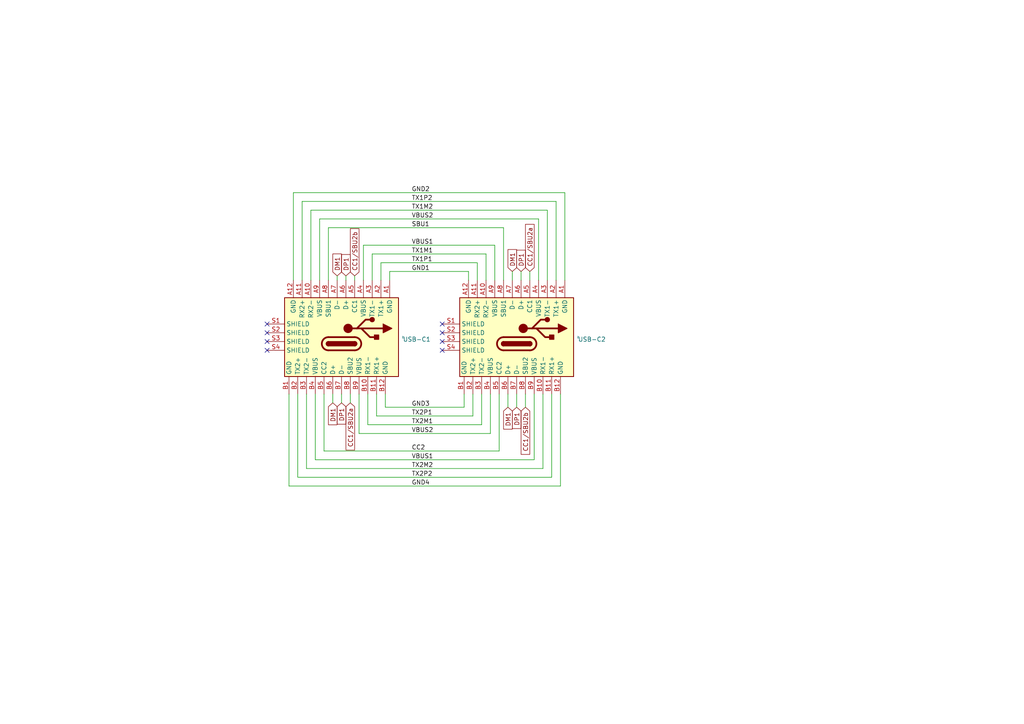
<source format=kicad_sch>
(kicad_sch (version 20230121) (generator eeschema)

  (uuid a687e595-f0cf-41ee-bbb0-d3f2de6063ff)

  (paper "A4")

  (lib_symbols
    (symbol "USB-C-Union:W0026-24-EM1-S6" (in_bom yes) (on_board yes)
      (property "Reference" "USB-C" (at 0 0 0)
        (effects (font (size 1.27 1.27)))
      )
      (property "Value" "" (at 0 0 0)
        (effects (font (size 1.27 1.27)))
      )
      (property "Footprint" "USB-C-Union:W0026-24-EM1-S6" (at 0 0 0)
        (effects (font (size 1.27 1.27)) hide)
      )
      (property "Datasheet" "" (at 0 0 0)
        (effects (font (size 1.27 1.27)) hide)
      )
      (symbol "W0026-24-EM1-S6_0_1"
        (rectangle (start -11.43 -1.27) (end 11.43 -34.29)
          (stroke (width 0.254) (type default))
          (fill (type background))
        )
        (circle (center -5.08 -8.89) (radius 0.635)
          (stroke (width 0.254) (type default))
          (fill (type outline))
        )
        (circle (center -2.54 -15.875) (radius 1.27)
          (stroke (width 0) (type default))
          (fill (type outline))
        )
        (rectangle (start -0.635 -8.255) (end 0.635 -6.985)
          (stroke (width 0.254) (type default))
          (fill (type outline))
        )
        (arc (start 0 -21.59) (mid 1.905 -23.4867) (end 3.81 -21.59)
          (stroke (width 0.508) (type default))
          (fill (type none))
        )
        (polyline
          (pts
            (xy -2.54 -15.875)
            (xy -2.54 -5.715)
          )
          (stroke (width 0.508) (type default))
          (fill (type none))
        )
        (polyline
          (pts
            (xy 0 -21.59)
            (xy 0 -13.97)
          )
          (stroke (width 0.508) (type default))
          (fill (type none))
        )
        (polyline
          (pts
            (xy 3.81 -13.97)
            (xy 3.81 -21.59)
          )
          (stroke (width 0.508) (type default))
          (fill (type none))
        )
        (polyline
          (pts
            (xy -2.54 -13.335)
            (xy -5.08 -10.795)
            (xy -5.08 -9.525)
          )
          (stroke (width 0.508) (type default))
          (fill (type none))
        )
        (polyline
          (pts
            (xy -2.54 -12.065)
            (xy 0 -9.525)
            (xy 0 -8.255)
          )
          (stroke (width 0.508) (type default))
          (fill (type none))
        )
        (polyline
          (pts
            (xy -3.81 -5.715)
            (xy -2.54 -3.175)
            (xy -1.27 -5.715)
            (xy -3.81 -5.715)
          )
          (stroke (width 0.254) (type default))
          (fill (type outline))
        )
        (arc (start 1.27 -21.59) (mid 1.905 -22.2223) (end 2.54 -21.59)
          (stroke (width 0.254) (type default))
          (fill (type none))
        )
        (arc (start 1.27 -21.59) (mid 1.905 -22.2223) (end 2.54 -21.59)
          (stroke (width 0.254) (type default))
          (fill (type outline))
        )
        (rectangle (start 1.27 -13.97) (end 2.54 -21.59)
          (stroke (width 0.254) (type default))
          (fill (type outline))
        )
        (arc (start 2.54 -13.97) (mid 1.905 -13.3377) (end 1.27 -13.97)
          (stroke (width 0.254) (type default))
          (fill (type none))
        )
        (arc (start 2.54 -13.97) (mid 1.905 -13.3377) (end 1.27 -13.97)
          (stroke (width 0.254) (type default))
          (fill (type outline))
        )
        (arc (start 3.81 -13.97) (mid 1.905 -12.0733) (end 0 -13.97)
          (stroke (width 0.508) (type default))
          (fill (type none))
        )
      )
      (symbol "W0026-24-EM1-S6_1_1"
        (pin power_in line (at -16.51 -3.81 0) (length 5.08)
          (name "GND" (effects (font (size 1.27 1.27))))
          (number "A1" (effects (font (size 1.27 1.27))))
        )
        (pin bidirectional line (at -16.51 -26.67 0) (length 5.08)
          (name "RX2-" (effects (font (size 1.27 1.27))))
          (number "A10" (effects (font (size 1.27 1.27))))
        )
        (pin bidirectional line (at -16.51 -29.21 0) (length 5.08)
          (name "RX2+" (effects (font (size 1.27 1.27))))
          (number "A11" (effects (font (size 1.27 1.27))))
        )
        (pin power_in line (at -16.51 -31.75 0) (length 5.08)
          (name "GND" (effects (font (size 1.27 1.27))))
          (number "A12" (effects (font (size 1.27 1.27))))
        )
        (pin bidirectional line (at -16.51 -6.35 0) (length 5.08)
          (name "TX1+" (effects (font (size 1.27 1.27))))
          (number "A2" (effects (font (size 1.27 1.27))))
        )
        (pin bidirectional line (at -16.51 -8.89 0) (length 5.08)
          (name "TX1-" (effects (font (size 1.27 1.27))))
          (number "A3" (effects (font (size 1.27 1.27))))
        )
        (pin power_in line (at -16.51 -11.43 0) (length 5.08)
          (name "VBUS" (effects (font (size 1.27 1.27))))
          (number "A4" (effects (font (size 1.27 1.27))))
        )
        (pin bidirectional line (at -16.51 -13.97 0) (length 5.08)
          (name "CC1" (effects (font (size 1.27 1.27))))
          (number "A5" (effects (font (size 1.27 1.27))))
        )
        (pin bidirectional line (at -16.51 -16.51 0) (length 5.08)
          (name "D+" (effects (font (size 1.27 1.27))))
          (number "A6" (effects (font (size 1.27 1.27))))
        )
        (pin bidirectional line (at -16.51 -19.05 0) (length 5.08)
          (name "D-" (effects (font (size 1.27 1.27))))
          (number "A7" (effects (font (size 1.27 1.27))))
        )
        (pin bidirectional line (at -16.51 -21.59 0) (length 5.08)
          (name "SBU1" (effects (font (size 1.27 1.27))))
          (number "A8" (effects (font (size 1.27 1.27))))
        )
        (pin power_in line (at -16.51 -24.13 0) (length 5.08)
          (name "VBUS" (effects (font (size 1.27 1.27))))
          (number "A9" (effects (font (size 1.27 1.27))))
        )
        (pin power_in line (at 16.51 -33.02 180) (length 5.08)
          (name "GND" (effects (font (size 1.27 1.27))))
          (number "B1" (effects (font (size 1.27 1.27))))
        )
        (pin bidirectional line (at 16.51 -10.16 180) (length 5.08)
          (name "RX1-" (effects (font (size 1.27 1.27))))
          (number "B10" (effects (font (size 1.27 1.27))))
        )
        (pin bidirectional line (at 16.51 -7.62 180) (length 5.08)
          (name "RX1+" (effects (font (size 1.27 1.27))))
          (number "B11" (effects (font (size 1.27 1.27))))
        )
        (pin power_in line (at 16.51 -5.08 180) (length 5.08)
          (name "GND" (effects (font (size 1.27 1.27))))
          (number "B12" (effects (font (size 1.27 1.27))))
        )
        (pin bidirectional line (at 16.51 -30.48 180) (length 5.08)
          (name "TX2+" (effects (font (size 1.27 1.27))))
          (number "B2" (effects (font (size 1.27 1.27))))
        )
        (pin bidirectional line (at 16.51 -27.94 180) (length 5.08)
          (name "TX2-" (effects (font (size 1.27 1.27))))
          (number "B3" (effects (font (size 1.27 1.27))))
        )
        (pin power_in line (at 16.51 -25.4 180) (length 5.08)
          (name "VBUS" (effects (font (size 1.27 1.27))))
          (number "B4" (effects (font (size 1.27 1.27))))
        )
        (pin bidirectional line (at 16.51 -22.86 180) (length 5.08)
          (name "CC2" (effects (font (size 1.27 1.27))))
          (number "B5" (effects (font (size 1.27 1.27))))
        )
        (pin bidirectional line (at 16.51 -20.32 180) (length 5.08)
          (name "D+" (effects (font (size 1.27 1.27))))
          (number "B6" (effects (font (size 1.27 1.27))))
        )
        (pin bidirectional line (at 16.51 -17.78 180) (length 5.08)
          (name "D-" (effects (font (size 1.27 1.27))))
          (number "B7" (effects (font (size 1.27 1.27))))
        )
        (pin bidirectional line (at 16.51 -15.24 180) (length 5.08)
          (name "SBU2" (effects (font (size 1.27 1.27))))
          (number "B8" (effects (font (size 1.27 1.27))))
        )
        (pin power_in line (at 16.51 -12.7 180) (length 5.08)
          (name "VBUS" (effects (font (size 1.27 1.27))))
          (number "B9" (effects (font (size 1.27 1.27))))
        )
        (pin passive line (at -3.81 -39.37 90) (length 5.08)
          (name "SHIELD" (effects (font (size 1.27 1.27))))
          (number "S1" (effects (font (size 1.27 1.27))))
        )
        (pin passive line (at -1.27 -39.37 90) (length 5.08)
          (name "SHIELD" (effects (font (size 1.27 1.27))))
          (number "S2" (effects (font (size 1.27 1.27))))
        )
        (pin passive line (at 1.27 -39.37 90) (length 5.08)
          (name "SHIELD" (effects (font (size 1.27 1.27))))
          (number "S3" (effects (font (size 1.27 1.27))))
        )
        (pin passive line (at 3.81 -39.37 90) (length 5.08)
          (name "SHIELD" (effects (font (size 1.27 1.27))))
          (number "S4" (effects (font (size 1.27 1.27))))
        )
      )
    )
  )


  (no_connect (at 128.27 99.06) (uuid 055dfffe-1820-445f-8492-f5be9b875baa))
  (no_connect (at 128.27 96.52) (uuid 1ec7d111-b362-42fe-8f8c-877840c9ae0d))
  (no_connect (at 77.47 99.06) (uuid 24ba0b43-5668-47ca-bdc5-466d130bb392))
  (no_connect (at 128.27 93.98) (uuid 4b910284-07a2-4fe6-897c-bc8ec0df69b3))
  (no_connect (at 77.47 96.52) (uuid 7793d89b-dce1-498e-812c-fc18aaa24f73))
  (no_connect (at 77.47 93.98) (uuid 9b736cb2-f8fd-4dd4-a2c1-9e48c2d9c7df))
  (no_connect (at 77.47 101.6) (uuid c5635ca0-4141-4d1a-9a02-22d9f9efb224))
  (no_connect (at 128.27 101.6) (uuid f8f7c470-df73-444b-836e-7630da4544d9))

  (wire (pts (xy 111.76 118.11) (xy 134.62 118.11))
    (stroke (width 0) (type default))
    (uuid 00259c6d-eaeb-41d7-8bc3-bbd8eff155bb)
  )
  (wire (pts (xy 88.9 135.89) (xy 157.48 135.89))
    (stroke (width 0) (type default))
    (uuid 054379ba-900e-4420-8f82-1841b452a28c)
  )
  (wire (pts (xy 110.49 76.2) (xy 138.43 76.2))
    (stroke (width 0) (type default))
    (uuid 1016d144-a314-4ba4-9adf-e2fbab7d331b)
  )
  (wire (pts (xy 148.59 78.74) (xy 148.59 81.28))
    (stroke (width 0) (type default))
    (uuid 11bf2c7e-39b8-4c0c-8cc2-717a6c0e494e)
  )
  (wire (pts (xy 104.14 125.73) (xy 142.24 125.73))
    (stroke (width 0) (type default))
    (uuid 1306dab5-f0cc-43ee-8ab5-504c3c9d5736)
  )
  (wire (pts (xy 140.97 73.66) (xy 140.97 81.28))
    (stroke (width 0) (type default))
    (uuid 21b0cdc4-f9d1-4c2a-bff7-5a0b1de5186b)
  )
  (wire (pts (xy 91.44 114.3) (xy 91.44 133.35))
    (stroke (width 0) (type default))
    (uuid 295352ad-efd0-4534-83ba-8af74da99822)
  )
  (wire (pts (xy 97.79 80.01) (xy 97.79 81.28))
    (stroke (width 0) (type default))
    (uuid 30786561-ed9e-4859-a97d-7e266cd51f81)
  )
  (wire (pts (xy 83.82 114.3) (xy 83.82 140.97))
    (stroke (width 0) (type default))
    (uuid 4122ceea-06e3-4bc8-baaa-b5d79d256f38)
  )
  (wire (pts (xy 157.48 135.89) (xy 157.48 114.3))
    (stroke (width 0) (type default))
    (uuid 417cda03-72e1-4384-85cb-c09ec1af5c74)
  )
  (wire (pts (xy 88.9 114.3) (xy 88.9 135.89))
    (stroke (width 0) (type default))
    (uuid 429e2190-f498-4ebb-9342-bf640c6ad03a)
  )
  (wire (pts (xy 105.41 71.12) (xy 143.51 71.12))
    (stroke (width 0) (type default))
    (uuid 4385a7a5-36be-48c5-9dea-e49b7e0f33e4)
  )
  (wire (pts (xy 160.02 138.43) (xy 160.02 114.3))
    (stroke (width 0) (type default))
    (uuid 4d000c13-0ecc-4b0f-91f7-43847d73fe88)
  )
  (wire (pts (xy 93.98 130.81) (xy 144.78 130.81))
    (stroke (width 0) (type default))
    (uuid 4f62b429-1425-4b3c-9197-a15d68d8e271)
  )
  (wire (pts (xy 144.78 130.81) (xy 144.78 114.3))
    (stroke (width 0) (type default))
    (uuid 58ffe56b-5e19-4517-baec-6ed21c08d5c5)
  )
  (wire (pts (xy 109.22 120.65) (xy 137.16 120.65))
    (stroke (width 0) (type default))
    (uuid 5c0bfba4-ea20-4f60-a712-6d8b1b640afa)
  )
  (wire (pts (xy 113.03 78.74) (xy 135.89 78.74))
    (stroke (width 0) (type default))
    (uuid 5c9973d9-78d2-409b-8fe6-9204d4f5b980)
  )
  (wire (pts (xy 146.05 66.04) (xy 146.05 81.28))
    (stroke (width 0) (type default))
    (uuid 5d705278-067f-407d-8bc0-d2b7d6494f20)
  )
  (wire (pts (xy 91.44 133.35) (xy 154.94 133.35))
    (stroke (width 0) (type default))
    (uuid 5e040507-dc3c-4afe-bc9f-ee71f12ca1d7)
  )
  (wire (pts (xy 139.7 123.19) (xy 139.7 114.3))
    (stroke (width 0) (type default))
    (uuid 5ff46612-847d-4b96-9fe1-b938094fb431)
  )
  (wire (pts (xy 106.68 123.19) (xy 139.7 123.19))
    (stroke (width 0) (type default))
    (uuid 62372617-bbae-460c-af42-3d72c9d6f930)
  )
  (wire (pts (xy 86.36 114.3) (xy 86.36 138.43))
    (stroke (width 0) (type default))
    (uuid 625f0dcd-ab82-4579-8bf3-2ea939299f49)
  )
  (wire (pts (xy 87.63 58.42) (xy 161.29 58.42))
    (stroke (width 0) (type default))
    (uuid 62f95170-fc2c-4a95-81f0-0c391352a88a)
  )
  (wire (pts (xy 110.49 81.28) (xy 110.49 76.2))
    (stroke (width 0) (type default))
    (uuid 73a3ef17-8d6a-403d-89ee-e95bdd929725)
  )
  (wire (pts (xy 137.16 120.65) (xy 137.16 114.3))
    (stroke (width 0) (type default))
    (uuid 74e45621-e63b-4085-b2f6-f1dff30520d7)
  )
  (wire (pts (xy 107.95 73.66) (xy 140.97 73.66))
    (stroke (width 0) (type default))
    (uuid 7835e1b6-3b61-4977-84ff-741a116c79b2)
  )
  (wire (pts (xy 163.83 55.88) (xy 163.83 81.28))
    (stroke (width 0) (type default))
    (uuid 80378fdb-7335-4e24-a464-347dbc722a32)
  )
  (wire (pts (xy 149.86 118.11) (xy 149.86 114.3))
    (stroke (width 0) (type default))
    (uuid 81d60c78-1470-49a2-82c4-8eae99869c42)
  )
  (wire (pts (xy 107.95 81.28) (xy 107.95 73.66))
    (stroke (width 0) (type default))
    (uuid 828df93b-4803-45ce-8fc4-90b00f3fa710)
  )
  (wire (pts (xy 92.71 63.5) (xy 156.21 63.5))
    (stroke (width 0) (type default))
    (uuid 83e89953-e9e0-4bf6-adef-ceef40649e6d)
  )
  (wire (pts (xy 90.17 81.28) (xy 90.17 60.96))
    (stroke (width 0) (type default))
    (uuid 8940889b-fc95-42cb-8b17-04dd07ce9942)
  )
  (wire (pts (xy 152.4 118.11) (xy 152.4 114.3))
    (stroke (width 0) (type default))
    (uuid 8c1bda5e-66e0-4bf3-bd68-04ef1ba9c073)
  )
  (wire (pts (xy 138.43 76.2) (xy 138.43 81.28))
    (stroke (width 0) (type default))
    (uuid 8f701c50-cf80-4236-8818-b39280aadf2a)
  )
  (wire (pts (xy 143.51 71.12) (xy 143.51 81.28))
    (stroke (width 0) (type default))
    (uuid 925f0cea-b6e4-4614-99e6-20a5a05310e4)
  )
  (wire (pts (xy 93.98 114.3) (xy 93.98 130.81))
    (stroke (width 0) (type default))
    (uuid 92875279-559c-400d-99de-e45e7704bc44)
  )
  (wire (pts (xy 102.87 80.01) (xy 102.87 81.28))
    (stroke (width 0) (type default))
    (uuid 92a6fa7e-ac6d-40c1-910d-3df5ed8bbac1)
  )
  (wire (pts (xy 92.71 81.28) (xy 92.71 63.5))
    (stroke (width 0) (type default))
    (uuid 9750422b-9690-4ffc-bb7f-dd3ac448f941)
  )
  (wire (pts (xy 113.03 81.28) (xy 113.03 78.74))
    (stroke (width 0) (type default))
    (uuid 9842852c-4203-4797-b8df-072a4d1f994c)
  )
  (wire (pts (xy 85.09 81.28) (xy 85.09 55.88))
    (stroke (width 0) (type default))
    (uuid 99847b8c-a5ff-44ce-8352-0d6f38259c76)
  )
  (wire (pts (xy 135.89 78.74) (xy 135.89 81.28))
    (stroke (width 0) (type default))
    (uuid 9a5c81da-ed65-43d6-86c1-e75891045554)
  )
  (wire (pts (xy 87.63 81.28) (xy 87.63 58.42))
    (stroke (width 0) (type default))
    (uuid 9be6eaa6-aa84-4ca7-b2aa-12adfcdacda3)
  )
  (wire (pts (xy 96.52 116.84) (xy 96.52 114.3))
    (stroke (width 0) (type default))
    (uuid 9ef8b5e9-fa9e-44bc-ba3e-d4286b6a5435)
  )
  (wire (pts (xy 95.25 66.04) (xy 146.05 66.04))
    (stroke (width 0) (type default))
    (uuid acaa50fd-6ac1-4bd3-a26a-d12aae2f9aed)
  )
  (wire (pts (xy 105.41 81.28) (xy 105.41 71.12))
    (stroke (width 0) (type default))
    (uuid b2b99548-b56a-4575-b4cc-9db1b05cdb4a)
  )
  (wire (pts (xy 99.06 116.84) (xy 99.06 114.3))
    (stroke (width 0) (type default))
    (uuid c0edf01c-61ea-4e31-b89a-d881aef0bab9)
  )
  (wire (pts (xy 158.75 60.96) (xy 158.75 81.28))
    (stroke (width 0) (type default))
    (uuid c18df13b-6622-427a-be6d-5b93f32a7bd0)
  )
  (wire (pts (xy 162.56 140.97) (xy 162.56 114.3))
    (stroke (width 0) (type default))
    (uuid c432cc0e-d84a-4171-bb2d-5451517007cc)
  )
  (wire (pts (xy 95.25 81.28) (xy 95.25 66.04))
    (stroke (width 0) (type default))
    (uuid caeecdcc-8398-43ad-bc5b-742a8ee75e0b)
  )
  (wire (pts (xy 90.17 60.96) (xy 158.75 60.96))
    (stroke (width 0) (type default))
    (uuid cb78c49f-89ba-4ecf-99cf-58de0e2d4206)
  )
  (wire (pts (xy 86.36 138.43) (xy 160.02 138.43))
    (stroke (width 0) (type default))
    (uuid d31fd358-cdfd-4822-a6b0-8507cf97f51a)
  )
  (wire (pts (xy 156.21 63.5) (xy 156.21 81.28))
    (stroke (width 0) (type default))
    (uuid d33c30c8-c4e5-4b2a-80ca-a43c5ad2f39f)
  )
  (wire (pts (xy 161.29 58.42) (xy 161.29 81.28))
    (stroke (width 0) (type default))
    (uuid d3dd3b98-bb4a-4c2e-8542-90ebfe044bf8)
  )
  (wire (pts (xy 134.62 118.11) (xy 134.62 114.3))
    (stroke (width 0) (type default))
    (uuid d5406078-9c56-44f8-a0be-5fe474c94011)
  )
  (wire (pts (xy 151.13 78.74) (xy 151.13 81.28))
    (stroke (width 0) (type default))
    (uuid daea2ae8-af50-4caf-84d9-0d92728f4f7a)
  )
  (wire (pts (xy 85.09 55.88) (xy 163.83 55.88))
    (stroke (width 0) (type default))
    (uuid dc8dac94-12a1-4505-91be-d59309d78d39)
  )
  (wire (pts (xy 147.32 118.11) (xy 147.32 114.3))
    (stroke (width 0) (type default))
    (uuid e62b00e8-3129-40d2-8ad0-f8fe1871f5a7)
  )
  (wire (pts (xy 111.76 114.3) (xy 111.76 118.11))
    (stroke (width 0) (type default))
    (uuid e7b46d47-7c64-4d71-89bf-d1351b49e500)
  )
  (wire (pts (xy 104.14 114.3) (xy 104.14 125.73))
    (stroke (width 0) (type default))
    (uuid f07b7dda-4319-4e8d-9562-b463a994e253)
  )
  (wire (pts (xy 101.6 116.84) (xy 101.6 114.3))
    (stroke (width 0) (type default))
    (uuid f21a4b4a-5aa5-4709-ba0b-a49c070448c2)
  )
  (wire (pts (xy 142.24 125.73) (xy 142.24 114.3))
    (stroke (width 0) (type default))
    (uuid f40c19c6-323a-4bf1-ab64-d6a59a9ed7fd)
  )
  (wire (pts (xy 83.82 140.97) (xy 162.56 140.97))
    (stroke (width 0) (type default))
    (uuid f4647c5b-306b-4090-8866-c66e2d7a32b1)
  )
  (wire (pts (xy 106.68 114.3) (xy 106.68 123.19))
    (stroke (width 0) (type default))
    (uuid f7b963cd-d23b-48cc-a34d-33919f8c39fd)
  )
  (wire (pts (xy 153.67 78.74) (xy 153.67 81.28))
    (stroke (width 0) (type default))
    (uuid fd197cee-ae4c-4599-b5c7-3b3a2ee5f504)
  )
  (wire (pts (xy 109.22 114.3) (xy 109.22 120.65))
    (stroke (width 0) (type default))
    (uuid fed0e561-390b-4a1a-95bb-b026cec1dd70)
  )
  (wire (pts (xy 100.33 80.01) (xy 100.33 81.28))
    (stroke (width 0) (type default))
    (uuid ff242cd7-88a1-4fed-a5f8-624cc2f04713)
  )
  (wire (pts (xy 154.94 133.35) (xy 154.94 114.3))
    (stroke (width 0) (type default))
    (uuid fff2bbfe-804a-4647-8dee-7e83b328dd1d)
  )

  (label "TX2M1" (at 119.38 123.19 0) (fields_autoplaced)
    (effects (font (size 1.27 1.27)) (justify left bottom))
    (uuid 0105c4e2-2784-469b-a091-907be6fed013)
  )
  (label "TX2P1" (at 119.38 120.65 0) (fields_autoplaced)
    (effects (font (size 1.27 1.27)) (justify left bottom))
    (uuid 1316a1be-9481-40f5-82c8-6454a903a5e1)
  )
  (label "TX1M1" (at 119.38 73.66 0) (fields_autoplaced)
    (effects (font (size 1.27 1.27)) (justify left bottom))
    (uuid 13fb969b-2781-4f41-999d-22f49c4ed196)
  )
  (label "GND2" (at 119.38 55.88 0) (fields_autoplaced)
    (effects (font (size 1.27 1.27)) (justify left bottom))
    (uuid 1c6c69de-6036-432f-b68f-23bb06d92942)
  )
  (label "TX2P2" (at 119.38 138.43 0) (fields_autoplaced)
    (effects (font (size 1.27 1.27)) (justify left bottom))
    (uuid 1f0f5c31-ec78-495f-9450-e505cb113d84)
  )
  (label "GND3" (at 119.38 118.11 0) (fields_autoplaced)
    (effects (font (size 1.27 1.27)) (justify left bottom))
    (uuid 230c97f0-d2ec-4686-86ab-66cdafab7a07)
  )
  (label "TX1M2" (at 119.38 60.96 0) (fields_autoplaced)
    (effects (font (size 1.27 1.27)) (justify left bottom))
    (uuid 239b3634-4ac3-4e76-8a2b-cc2a0ece226d)
  )
  (label "SBU1" (at 119.38 66.04 0) (fields_autoplaced)
    (effects (font (size 1.27 1.27)) (justify left bottom))
    (uuid 4730600e-6923-4b8f-8491-1a3a34840080)
  )
  (label "TX2M2" (at 119.38 135.89 0) (fields_autoplaced)
    (effects (font (size 1.27 1.27)) (justify left bottom))
    (uuid 620f1f69-a6c6-41c7-8c82-9f9500eafa28)
  )
  (label "VBUS2" (at 119.38 63.5 0) (fields_autoplaced)
    (effects (font (size 1.27 1.27)) (justify left bottom))
    (uuid 709266bf-51b0-4d09-97cd-4f7368ad841a)
  )
  (label "TX1P2" (at 119.38 58.42 0) (fields_autoplaced)
    (effects (font (size 1.27 1.27)) (justify left bottom))
    (uuid 709584ea-afc9-4138-ad59-f89d6b826129)
  )
  (label "TX1P1" (at 119.38 76.2 0) (fields_autoplaced)
    (effects (font (size 1.27 1.27)) (justify left bottom))
    (uuid 7ea051de-c3a7-46a7-ab8b-c4e01f9dd072)
  )
  (label "CC2" (at 119.38 130.81 0) (fields_autoplaced)
    (effects (font (size 1.27 1.27)) (justify left bottom))
    (uuid 8aa3ae9b-cf3e-4a58-baa5-ae9bf163213b)
  )
  (label "GND1" (at 119.38 78.74 0) (fields_autoplaced)
    (effects (font (size 1.27 1.27)) (justify left bottom))
    (uuid a6a2375b-a43a-418c-b094-c2835d8bebfa)
  )
  (label "VBUS1" (at 119.38 71.12 0) (fields_autoplaced)
    (effects (font (size 1.27 1.27)) (justify left bottom))
    (uuid b937a1b8-4aae-4b1e-9e5c-9d3c600da592)
  )
  (label "VBUS2" (at 119.38 125.73 0) (fields_autoplaced)
    (effects (font (size 1.27 1.27)) (justify left bottom))
    (uuid ce873523-8dfd-4491-8107-2fc15a353d33)
  )
  (label "GND4" (at 119.38 140.97 0) (fields_autoplaced)
    (effects (font (size 1.27 1.27)) (justify left bottom))
    (uuid e9f76e61-7f43-4381-bd9e-a144e3bd2507)
  )
  (label "VBUS1" (at 119.38 133.35 0) (fields_autoplaced)
    (effects (font (size 1.27 1.27)) (justify left bottom))
    (uuid fd0402d8-9a2c-48b2-bb23-d86a3f28055d)
  )

  (global_label "CC1{slash}SBU2b" (shape input) (at 152.4 118.11 270) (fields_autoplaced)
    (effects (font (size 1.27 1.27)) (justify right))
    (uuid 0127f63d-c03c-450a-af7e-0dfc80f68540)
    (property "Intersheetrefs" "${INTERSHEET_REFS}" (at 152.4 132.2643 90)
      (effects (font (size 1.27 1.27)) (justify right) hide)
    )
  )
  (global_label "CC1{slash}SBU2a" (shape input) (at 153.67 78.74 90) (fields_autoplaced)
    (effects (font (size 1.27 1.27)) (justify left))
    (uuid 0419598a-a42a-421a-8790-b6422cc1ad31)
    (property "Intersheetrefs" "${INTERSHEET_REFS}" (at 153.67 64.5857 90)
      (effects (font (size 1.27 1.27)) (justify left) hide)
    )
  )
  (global_label "CC1{slash}SBU2b" (shape input) (at 102.87 80.01 90) (fields_autoplaced)
    (effects (font (size 1.27 1.27)) (justify left))
    (uuid 2cfcd493-9c3d-4e59-9d89-12cba9e9b52a)
    (property "Intersheetrefs" "${INTERSHEET_REFS}" (at 102.87 65.8557 90)
      (effects (font (size 1.27 1.27)) (justify left) hide)
    )
  )
  (global_label "DP1" (shape input) (at 99.06 116.84 270) (fields_autoplaced)
    (effects (font (size 1.27 1.27)) (justify right))
    (uuid 3677a3f5-364a-4a4a-9081-e259a35c7507)
    (property "Intersheetrefs" "${INTERSHEET_REFS}" (at 99.06 123.4953 90)
      (effects (font (size 1.27 1.27)) (justify right) hide)
    )
  )
  (global_label "DP1" (shape input) (at 149.86 118.11 270) (fields_autoplaced)
    (effects (font (size 1.27 1.27)) (justify right))
    (uuid 5c11e58e-70ca-4ae4-976c-f74ebf82146d)
    (property "Intersheetrefs" "${INTERSHEET_REFS}" (at 149.86 124.7653 90)
      (effects (font (size 1.27 1.27)) (justify right) hide)
    )
  )
  (global_label "DM1" (shape input) (at 96.52 116.84 270) (fields_autoplaced)
    (effects (font (size 1.27 1.27)) (justify right))
    (uuid 6068ebd3-c8d7-4151-bfd3-f9d650329b49)
    (property "Intersheetrefs" "${INTERSHEET_REFS}" (at 96.52 123.6767 90)
      (effects (font (size 1.27 1.27)) (justify right) hide)
    )
  )
  (global_label "DP1" (shape input) (at 100.33 80.01 90) (fields_autoplaced)
    (effects (font (size 1.27 1.27)) (justify left))
    (uuid 89e7856d-6fe9-4430-9fca-a8dc00a0aedc)
    (property "Intersheetrefs" "${INTERSHEET_REFS}" (at 100.33 73.3547 90)
      (effects (font (size 1.27 1.27)) (justify left) hide)
    )
  )
  (global_label "DM1" (shape input) (at 147.32 118.11 270) (fields_autoplaced)
    (effects (font (size 1.27 1.27)) (justify right))
    (uuid 8a648efe-0fe2-4d57-8b47-f278c9e09bd3)
    (property "Intersheetrefs" "${INTERSHEET_REFS}" (at 147.32 124.9467 90)
      (effects (font (size 1.27 1.27)) (justify right) hide)
    )
  )
  (global_label "DM1" (shape input) (at 97.79 80.01 90) (fields_autoplaced)
    (effects (font (size 1.27 1.27)) (justify left))
    (uuid 8cce8fee-f54c-4816-9523-594fcd93e8d4)
    (property "Intersheetrefs" "${INTERSHEET_REFS}" (at 97.79 73.1733 90)
      (effects (font (size 1.27 1.27)) (justify left) hide)
    )
  )
  (global_label "DM1" (shape input) (at 148.59 78.74 90) (fields_autoplaced)
    (effects (font (size 1.27 1.27)) (justify left))
    (uuid be679a2c-fb5e-4c12-90d4-976a5b531d71)
    (property "Intersheetrefs" "${INTERSHEET_REFS}" (at 148.59 71.9033 90)
      (effects (font (size 1.27 1.27)) (justify left) hide)
    )
  )
  (global_label "DP1" (shape input) (at 151.13 78.74 90) (fields_autoplaced)
    (effects (font (size 1.27 1.27)) (justify left))
    (uuid c86cb765-30ac-46ee-b38e-a75bce11c5a7)
    (property "Intersheetrefs" "${INTERSHEET_REFS}" (at 151.13 72.0847 90)
      (effects (font (size 1.27 1.27)) (justify left) hide)
    )
  )
  (global_label "CC1{slash}SBU2a" (shape input) (at 101.6 116.84 270) (fields_autoplaced)
    (effects (font (size 1.27 1.27)) (justify right))
    (uuid eae15a4f-1132-473e-8d42-882c1e7851ff)
    (property "Intersheetrefs" "${INTERSHEET_REFS}" (at 101.6 130.9943 90)
      (effects (font (size 1.27 1.27)) (justify right) hide)
    )
  )

  (symbol (lib_id "USB-C-Union:W0026-24-EM1-S6") (at 167.64 97.79 270) (unit 1)
    (in_bom yes) (on_board yes) (dnp no) (fields_autoplaced)
    (uuid 1f0ab279-6cb8-4959-9090-6e3c04d422a2)
    (property "Reference" "USB-C2" (at 167.64 98.425 90)
      (effects (font (size 1.27 1.27)) (justify left))
    )
    (property "Value" "~" (at 167.64 97.79 0)
      (effects (font (size 1.27 1.27)))
    )
    (property "Footprint" "USB-C-Union:W0026-24-EM1-S6" (at 167.64 97.79 0)
      (effects (font (size 1.27 1.27)) hide)
    )
    (property "Datasheet" "" (at 167.64 97.79 0)
      (effects (font (size 1.27 1.27)) hide)
    )
    (pin "A1" (uuid c11d57d5-67a7-4ad3-acff-b91f6f9ecfc9))
    (pin "A10" (uuid 92f9a1b1-8d6b-4698-8fce-fec7ddcee58a))
    (pin "A11" (uuid 59b8658e-db56-41af-8450-83b17ca89226))
    (pin "A12" (uuid 76270213-68f0-4e2a-8124-99223c507454))
    (pin "A2" (uuid c1efb976-71ab-4bee-a627-b84f4178e50d))
    (pin "A3" (uuid 12c33566-b003-4742-abd8-e0e8f94417b8))
    (pin "A4" (uuid 6a64d5d6-2a78-4700-a2fc-f786c1557f08))
    (pin "A5" (uuid e039b7dd-bbcd-4bcf-8b0d-edd96ae5db5f))
    (pin "A6" (uuid f94d835c-485a-4cca-a3fe-33292b5f2c39))
    (pin "A7" (uuid 05f516d4-fbd2-40ab-9369-eb1762b600f3))
    (pin "A8" (uuid c07d98df-41dd-480e-b4c8-452a98b25c1c))
    (pin "A9" (uuid 801771df-6ae9-42c7-b020-11e9c0d12656))
    (pin "B1" (uuid 343129cc-bb0b-4df9-abac-8bdfda7882e9))
    (pin "B10" (uuid d625bf9d-6049-46c1-ae46-1e0eabd67bd8))
    (pin "B11" (uuid 9f5cd4e2-6ad2-48e8-9268-a5b027f5e783))
    (pin "B12" (uuid 3dc3b2e8-507a-461b-aa43-38b7b9151f63))
    (pin "B2" (uuid d7067ee6-8006-4fa8-9be1-bb49567ddf5a))
    (pin "B3" (uuid a9700627-feef-422c-86cd-aa9f9896e7c6))
    (pin "B4" (uuid 16e1bbbe-50b2-4fa1-ba4b-067e9d66fb90))
    (pin "B5" (uuid a79db40c-6bc6-4f81-81eb-5c4582cffd6d))
    (pin "B6" (uuid 4c30fb82-9faa-40d6-890a-a4b4974223c5))
    (pin "B7" (uuid 85d2e014-d8e9-49e5-ae87-25692fb8f3af))
    (pin "B8" (uuid bb2acc54-85af-4ff2-98ac-9b2361cde19d))
    (pin "B9" (uuid 487990de-59c0-4218-9954-5a2ec5dbf69a))
    (pin "S1" (uuid 7982a32d-1210-4198-bd67-1dad460c377f))
    (pin "S2" (uuid 58ba3f5d-59eb-4c1c-ae2d-0739794c52e9))
    (pin "S3" (uuid 55815e2f-231e-4786-874e-ed5b7030ee99))
    (pin "S4" (uuid f9bd1131-97c6-4617-994c-902311963e4b))
    (instances
      (project "USB-C-Union"
        (path "/a687e595-f0cf-41ee-bbb0-d3f2de6063ff"
          (reference "USB-C2") (unit 1)
        )
      )
    )
  )

  (symbol (lib_id "USB-C-Union:W0026-24-EM1-S6") (at 116.84 97.79 270) (unit 1)
    (in_bom yes) (on_board yes) (dnp no) (fields_autoplaced)
    (uuid 2488fa10-cb7f-47ed-985e-c4394caea76d)
    (property "Reference" "USB-C1" (at 116.84 98.425 90)
      (effects (font (size 1.27 1.27)) (justify left))
    )
    (property "Value" "~" (at 116.84 97.79 0)
      (effects (font (size 1.27 1.27)))
    )
    (property "Footprint" "USB-C-Union:W0026-24-EM1-S6" (at 116.84 97.79 0)
      (effects (font (size 1.27 1.27)) hide)
    )
    (property "Datasheet" "" (at 116.84 97.79 0)
      (effects (font (size 1.27 1.27)) hide)
    )
    (pin "A1" (uuid 32320e3a-7066-46d1-8539-8b6950ed533d))
    (pin "A10" (uuid 325ea0a9-6c15-40f0-92eb-a46152917cf6))
    (pin "A11" (uuid 18f93f9a-18ae-49f8-946d-ca8956380eb6))
    (pin "A12" (uuid 08d5bbc4-28ec-4416-9d6b-1ae761c37928))
    (pin "A2" (uuid d2536b36-7de7-47b6-9df7-b745c1f955e4))
    (pin "A3" (uuid 4f4b79e0-018e-42be-a265-3f950a7496c3))
    (pin "A4" (uuid 6d0393a0-102d-42fc-85cf-cee01a4b70aa))
    (pin "A5" (uuid bc478c19-505c-4355-b5ee-08e5b9f625c4))
    (pin "A6" (uuid b68ea1d4-d370-4965-9619-ddfbeea551dc))
    (pin "A7" (uuid 90c56a6f-139d-4cb9-81b4-088ba53f94ae))
    (pin "A8" (uuid 4d18719d-50f3-47f6-92a2-73fa83c47097))
    (pin "A9" (uuid 28aa2952-ce1b-4280-9b4e-1dec4b09baf0))
    (pin "B1" (uuid 272bb243-cf77-459f-946c-4b424c2e9e8d))
    (pin "B10" (uuid 57a09a65-f401-4576-88f8-ce8c885647ae))
    (pin "B11" (uuid cbe7ca46-3314-4a41-b576-f4d3aba49fc2))
    (pin "B12" (uuid 04337a58-d1e5-4b9a-8444-1977ab5f69a0))
    (pin "B2" (uuid 5acdc248-23c2-4554-97a9-90f3428808cf))
    (pin "B3" (uuid 811cd258-72a8-432e-9665-5484eff480c1))
    (pin "B4" (uuid c0942f7b-3c49-44a7-a4f4-e0953b39be12))
    (pin "B5" (uuid 1727aa7c-8141-4e97-99b4-c11421a9e2d9))
    (pin "B6" (uuid 47b26508-fb0d-41cc-a1a6-2fcb886b3109))
    (pin "B7" (uuid 84f339ba-24d0-403e-b5e0-555a55551a08))
    (pin "B8" (uuid adf2c548-543f-47cf-9619-e47d799b0890))
    (pin "B9" (uuid f5bb05b7-e6b6-4d5c-89d6-5247b8e4fc4f))
    (pin "S1" (uuid be85736b-8b53-4b7e-a98a-5d741ae970d9))
    (pin "S2" (uuid 8fd643f5-2ed4-41db-becd-2cc99a2d2769))
    (pin "S3" (uuid d78394b7-2cea-45e7-9042-9103adf8b4c0))
    (pin "S4" (uuid 213c0ff2-f36b-4ad3-9fd8-22bb9e3271b0))
    (instances
      (project "USB-C-Union"
        (path "/a687e595-f0cf-41ee-bbb0-d3f2de6063ff"
          (reference "USB-C1") (unit 1)
        )
      )
    )
  )

  (sheet_instances
    (path "/" (page "1"))
  )
)

</source>
